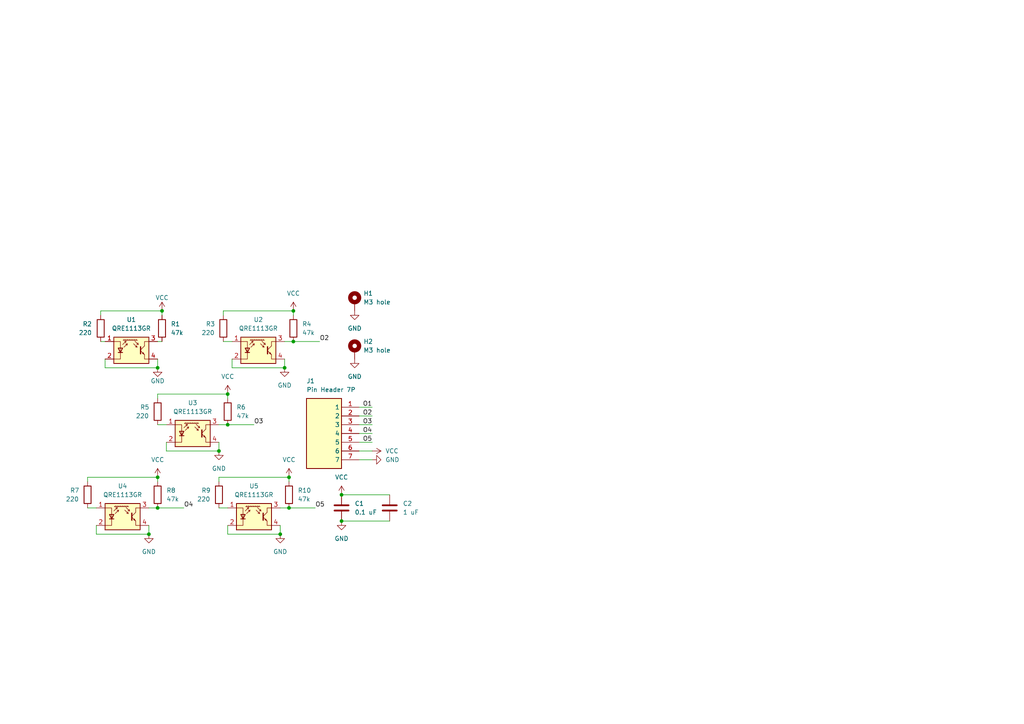
<source format=kicad_sch>
(kicad_sch (version 20230121) (generator eeschema)

  (uuid 8851f104-6563-4c7c-8281-39a6800eaa22)

  (paper "A4")

  (lib_symbols
    (symbol "61300711121:61300711121" (in_bom yes) (on_board yes)
      (property "Reference" "J" (at 16.51 7.62 0)
        (effects (font (size 1.27 1.27)) (justify left top))
      )
      (property "Value" "61300711121" (at 16.51 5.08 0)
        (effects (font (size 1.27 1.27)) (justify left top))
      )
      (property "Footprint" "HDRV7W64P0X254_1X7_1778X254X869P" (at 16.51 -94.92 0)
        (effects (font (size 1.27 1.27)) (justify left top) hide)
      )
      (property "Datasheet" "http://katalog.we-online.de/em/datasheet/6130xx11121.pdf" (at 16.51 -194.92 0)
        (effects (font (size 1.27 1.27)) (justify left top) hide)
      )
      (property "Height" "8.69" (at 16.51 -394.92 0)
        (effects (font (size 1.27 1.27)) (justify left top) hide)
      )
      (property "Manufacturer_Name" "Wurth Elektronik" (at 16.51 -494.92 0)
        (effects (font (size 1.27 1.27)) (justify left top) hide)
      )
      (property "Manufacturer_Part_Number" "61300711121" (at 16.51 -594.92 0)
        (effects (font (size 1.27 1.27)) (justify left top) hide)
      )
      (property "Mouser Part Number" "710-61300711121" (at 16.51 -694.92 0)
        (effects (font (size 1.27 1.27)) (justify left top) hide)
      )
      (property "Mouser Price/Stock" "https://www.mouser.co.uk/ProductDetail/Wurth-Elektronik/61300711121?qs=PhR8RmCirEa4Kw6rJ18PJA%3D%3D" (at 16.51 -794.92 0)
        (effects (font (size 1.27 1.27)) (justify left top) hide)
      )
      (property "Arrow Part Number" "" (at 16.51 -894.92 0)
        (effects (font (size 1.27 1.27)) (justify left top) hide)
      )
      (property "Arrow Price/Stock" "" (at 16.51 -994.92 0)
        (effects (font (size 1.27 1.27)) (justify left top) hide)
      )
      (property "ki_description" "Wurth Elektronik WR-PHD Series, Series Number 6130, 2.54mm Pitch 7 Way 1 Row Straight PCB Header, Solder Termination" (at 0 0 0)
        (effects (font (size 1.27 1.27)) hide)
      )
      (symbol "61300711121_1_1"
        (rectangle (start 5.08 2.54) (end 15.24 -17.78)
          (stroke (width 0.254) (type default))
          (fill (type background))
        )
        (pin passive line (at 0 0 0) (length 5.08)
          (name "1" (effects (font (size 1.27 1.27))))
          (number "1" (effects (font (size 1.27 1.27))))
        )
        (pin passive line (at 0 -2.54 0) (length 5.08)
          (name "2" (effects (font (size 1.27 1.27))))
          (number "2" (effects (font (size 1.27 1.27))))
        )
        (pin passive line (at 0 -5.08 0) (length 5.08)
          (name "3" (effects (font (size 1.27 1.27))))
          (number "3" (effects (font (size 1.27 1.27))))
        )
        (pin passive line (at 0 -7.62 0) (length 5.08)
          (name "4" (effects (font (size 1.27 1.27))))
          (number "4" (effects (font (size 1.27 1.27))))
        )
        (pin passive line (at 0 -10.16 0) (length 5.08)
          (name "5" (effects (font (size 1.27 1.27))))
          (number "5" (effects (font (size 1.27 1.27))))
        )
        (pin passive line (at 0 -12.7 0) (length 5.08)
          (name "6" (effects (font (size 1.27 1.27))))
          (number "6" (effects (font (size 1.27 1.27))))
        )
        (pin passive line (at 0 -15.24 0) (length 5.08)
          (name "7" (effects (font (size 1.27 1.27))))
          (number "7" (effects (font (size 1.27 1.27))))
        )
      )
    )
    (symbol "Device:C" (pin_numbers hide) (pin_names (offset 0.254)) (in_bom yes) (on_board yes)
      (property "Reference" "C" (at 0.635 2.54 0)
        (effects (font (size 1.27 1.27)) (justify left))
      )
      (property "Value" "C" (at 0.635 -2.54 0)
        (effects (font (size 1.27 1.27)) (justify left))
      )
      (property "Footprint" "" (at 0.9652 -3.81 0)
        (effects (font (size 1.27 1.27)) hide)
      )
      (property "Datasheet" "~" (at 0 0 0)
        (effects (font (size 1.27 1.27)) hide)
      )
      (property "ki_keywords" "cap capacitor" (at 0 0 0)
        (effects (font (size 1.27 1.27)) hide)
      )
      (property "ki_description" "Unpolarized capacitor" (at 0 0 0)
        (effects (font (size 1.27 1.27)) hide)
      )
      (property "ki_fp_filters" "C_*" (at 0 0 0)
        (effects (font (size 1.27 1.27)) hide)
      )
      (symbol "C_0_1"
        (polyline
          (pts
            (xy -2.032 -0.762)
            (xy 2.032 -0.762)
          )
          (stroke (width 0.508) (type default))
          (fill (type none))
        )
        (polyline
          (pts
            (xy -2.032 0.762)
            (xy 2.032 0.762)
          )
          (stroke (width 0.508) (type default))
          (fill (type none))
        )
      )
      (symbol "C_1_1"
        (pin passive line (at 0 3.81 270) (length 2.794)
          (name "~" (effects (font (size 1.27 1.27))))
          (number "1" (effects (font (size 1.27 1.27))))
        )
        (pin passive line (at 0 -3.81 90) (length 2.794)
          (name "~" (effects (font (size 1.27 1.27))))
          (number "2" (effects (font (size 1.27 1.27))))
        )
      )
    )
    (symbol "Device:R" (pin_numbers hide) (pin_names (offset 0)) (in_bom yes) (on_board yes)
      (property "Reference" "R" (at 2.032 0 90)
        (effects (font (size 1.27 1.27)))
      )
      (property "Value" "R" (at 0 0 90)
        (effects (font (size 1.27 1.27)))
      )
      (property "Footprint" "" (at -1.778 0 90)
        (effects (font (size 1.27 1.27)) hide)
      )
      (property "Datasheet" "~" (at 0 0 0)
        (effects (font (size 1.27 1.27)) hide)
      )
      (property "ki_keywords" "R res resistor" (at 0 0 0)
        (effects (font (size 1.27 1.27)) hide)
      )
      (property "ki_description" "Resistor" (at 0 0 0)
        (effects (font (size 1.27 1.27)) hide)
      )
      (property "ki_fp_filters" "R_*" (at 0 0 0)
        (effects (font (size 1.27 1.27)) hide)
      )
      (symbol "R_0_1"
        (rectangle (start -1.016 -2.54) (end 1.016 2.54)
          (stroke (width 0.254) (type default))
          (fill (type none))
        )
      )
      (symbol "R_1_1"
        (pin passive line (at 0 3.81 270) (length 1.27)
          (name "~" (effects (font (size 1.27 1.27))))
          (number "1" (effects (font (size 1.27 1.27))))
        )
        (pin passive line (at 0 -3.81 90) (length 1.27)
          (name "~" (effects (font (size 1.27 1.27))))
          (number "2" (effects (font (size 1.27 1.27))))
        )
      )
    )
    (symbol "Mechanical:MountingHole_Pad" (pin_numbers hide) (pin_names (offset 1.016) hide) (in_bom yes) (on_board yes)
      (property "Reference" "H" (at 0 6.35 0)
        (effects (font (size 1.27 1.27)))
      )
      (property "Value" "MountingHole_Pad" (at 0 4.445 0)
        (effects (font (size 1.27 1.27)))
      )
      (property "Footprint" "" (at 0 0 0)
        (effects (font (size 1.27 1.27)) hide)
      )
      (property "Datasheet" "~" (at 0 0 0)
        (effects (font (size 1.27 1.27)) hide)
      )
      (property "ki_keywords" "mounting hole" (at 0 0 0)
        (effects (font (size 1.27 1.27)) hide)
      )
      (property "ki_description" "Mounting Hole with connection" (at 0 0 0)
        (effects (font (size 1.27 1.27)) hide)
      )
      (property "ki_fp_filters" "MountingHole*Pad*" (at 0 0 0)
        (effects (font (size 1.27 1.27)) hide)
      )
      (symbol "MountingHole_Pad_0_1"
        (circle (center 0 1.27) (radius 1.27)
          (stroke (width 1.27) (type default))
          (fill (type none))
        )
      )
      (symbol "MountingHole_Pad_1_1"
        (pin input line (at 0 -2.54 90) (length 2.54)
          (name "1" (effects (font (size 1.27 1.27))))
          (number "1" (effects (font (size 1.27 1.27))))
        )
      )
    )
    (symbol "Sensor_Proximity:QRE1113GR" (pin_names (offset 0.0254) hide) (in_bom yes) (on_board yes)
      (property "Reference" "U" (at -3.81 5.08 0)
        (effects (font (size 1.27 1.27)))
      )
      (property "Value" "QRE1113GR" (at 11.43 5.08 0)
        (effects (font (size 1.27 1.27)) (justify right))
      )
      (property "Footprint" "OptoDevice:OnSemi_CASE100CY" (at 0 -5.08 0)
        (effects (font (size 1.27 1.27)) hide)
      )
      (property "Datasheet" "http://www.onsemi.com/pub/Collateral/QRE1113-D.PDF" (at 0 2.54 0)
        (effects (font (size 1.27 1.27)) hide)
      )
      (property "ki_keywords" "Reflective Optical Sensor Opto reflex coupler" (at 0 0 0)
        (effects (font (size 1.27 1.27)) hide)
      )
      (property "ki_description" "Miniature Reflective Optical Object Sensor, SMD-4" (at 0 0 0)
        (effects (font (size 1.27 1.27)) hide)
      )
      (property "ki_fp_filters" "OnSemi*CASE100CY*" (at 0 0 0)
        (effects (font (size 1.27 1.27)) hide)
      )
      (symbol "QRE1113GR_0_1"
        (polyline
          (pts
            (xy -3.81 -0.635)
            (xy -2.54 -0.635)
          )
          (stroke (width 0.254) (type default))
          (fill (type none))
        )
        (polyline
          (pts
            (xy -2.286 2.921)
            (xy -2.032 3.175)
          )
          (stroke (width 0) (type default))
          (fill (type none))
        )
        (polyline
          (pts
            (xy -1.778 2.921)
            (xy -1.524 3.175)
          )
          (stroke (width 0) (type default))
          (fill (type none))
        )
        (polyline
          (pts
            (xy -1.524 2.667)
            (xy -1.651 2.159)
          )
          (stroke (width 0) (type default))
          (fill (type none))
        )
        (polyline
          (pts
            (xy -1.27 2.921)
            (xy -1.016 3.175)
          )
          (stroke (width 0) (type default))
          (fill (type none))
        )
        (polyline
          (pts
            (xy -1.143 1.905)
            (xy -1.27 1.397)
          )
          (stroke (width 0) (type default))
          (fill (type none))
        )
        (polyline
          (pts
            (xy -0.762 2.921)
            (xy -0.508 3.175)
          )
          (stroke (width 0) (type default))
          (fill (type none))
        )
        (polyline
          (pts
            (xy -0.254 2.921)
            (xy 0 3.175)
          )
          (stroke (width 0) (type default))
          (fill (type none))
        )
        (polyline
          (pts
            (xy 0.254 2.921)
            (xy 0.508 3.175)
          )
          (stroke (width 0) (type default))
          (fill (type none))
        )
        (polyline
          (pts
            (xy 0.762 2.921)
            (xy 1.016 3.175)
          )
          (stroke (width 0) (type default))
          (fill (type none))
        )
        (polyline
          (pts
            (xy 1.27 2.921)
            (xy 1.524 3.175)
          )
          (stroke (width 0) (type default))
          (fill (type none))
        )
        (polyline
          (pts
            (xy 1.651 0.889)
            (xy 1.143 1.016)
          )
          (stroke (width 0) (type default))
          (fill (type none))
        )
        (polyline
          (pts
            (xy 1.778 2.921)
            (xy -2.413 2.921)
          )
          (stroke (width 0) (type default))
          (fill (type none))
        )
        (polyline
          (pts
            (xy 2.032 1.651)
            (xy 1.524 1.778)
          )
          (stroke (width 0) (type default))
          (fill (type none))
        )
        (polyline
          (pts
            (xy 2.667 -0.127)
            (xy 3.81 -1.27)
          )
          (stroke (width 0) (type default))
          (fill (type none))
        )
        (polyline
          (pts
            (xy 2.667 0.127)
            (xy 3.81 1.27)
          )
          (stroke (width 0) (type default))
          (fill (type none))
        )
        (polyline
          (pts
            (xy -2.54 1.651)
            (xy -1.524 2.667)
            (xy -2.032 2.54)
          )
          (stroke (width 0) (type default))
          (fill (type none))
        )
        (polyline
          (pts
            (xy -2.159 0.889)
            (xy -1.143 1.905)
            (xy -1.651 1.778)
          )
          (stroke (width 0) (type default))
          (fill (type none))
        )
        (polyline
          (pts
            (xy 0.635 1.905)
            (xy 1.651 0.889)
            (xy 1.524 1.397)
          )
          (stroke (width 0) (type default))
          (fill (type none))
        )
        (polyline
          (pts
            (xy 1.016 2.667)
            (xy 2.032 1.651)
            (xy 1.905 2.159)
          )
          (stroke (width 0) (type default))
          (fill (type none))
        )
        (polyline
          (pts
            (xy 2.667 1.016)
            (xy 2.667 -1.016)
            (xy 2.667 -1.016)
          )
          (stroke (width 0.3556) (type default))
          (fill (type none))
        )
        (polyline
          (pts
            (xy 3.81 -1.27)
            (xy 3.81 -2.54)
            (xy 5.08 -2.54)
          )
          (stroke (width 0) (type default))
          (fill (type none))
        )
        (polyline
          (pts
            (xy 3.81 1.27)
            (xy 3.81 2.54)
            (xy 5.08 2.54)
          )
          (stroke (width 0) (type default))
          (fill (type none))
        )
        (polyline
          (pts
            (xy -5.08 -2.54)
            (xy -3.175 -2.54)
            (xy -3.175 2.54)
            (xy -5.08 2.54)
          )
          (stroke (width 0) (type default))
          (fill (type none))
        )
        (polyline
          (pts
            (xy -3.175 -0.635)
            (xy -3.81 0.635)
            (xy -2.54 0.635)
            (xy -3.175 -0.635)
          )
          (stroke (width 0.254) (type default))
          (fill (type none))
        )
        (polyline
          (pts
            (xy 3.683 -1.143)
            (xy 3.429 -0.635)
            (xy 3.175 -0.889)
            (xy 3.683 -1.143)
          )
          (stroke (width 0) (type default))
          (fill (type none))
        )
        (polyline
          (pts
            (xy -5.08 -3.81)
            (xy 5.08 -3.81)
            (xy 5.08 3.81)
            (xy -5.08 3.81)
            (xy -5.08 -3.81)
          )
          (stroke (width 0.254) (type default))
          (fill (type background))
        )
      )
      (symbol "QRE1113GR_1_1"
        (pin passive line (at -7.62 2.54 0) (length 2.54)
          (name "A" (effects (font (size 1.27 1.27))))
          (number "1" (effects (font (size 1.27 1.27))))
        )
        (pin passive line (at -7.62 -2.54 0) (length 2.54)
          (name "K" (effects (font (size 1.27 1.27))))
          (number "2" (effects (font (size 1.27 1.27))))
        )
        (pin open_collector line (at 7.62 2.54 180) (length 2.54)
          (name "~" (effects (font (size 1.27 1.27))))
          (number "3" (effects (font (size 1.27 1.27))))
        )
        (pin open_emitter line (at 7.62 -2.54 180) (length 2.54)
          (name "~" (effects (font (size 1.27 1.27))))
          (number "4" (effects (font (size 1.27 1.27))))
        )
      )
    )
    (symbol "power:GND" (power) (pin_names (offset 0)) (in_bom yes) (on_board yes)
      (property "Reference" "#PWR" (at 0 -6.35 0)
        (effects (font (size 1.27 1.27)) hide)
      )
      (property "Value" "GND" (at 0 -3.81 0)
        (effects (font (size 1.27 1.27)))
      )
      (property "Footprint" "" (at 0 0 0)
        (effects (font (size 1.27 1.27)) hide)
      )
      (property "Datasheet" "" (at 0 0 0)
        (effects (font (size 1.27 1.27)) hide)
      )
      (property "ki_keywords" "global power" (at 0 0 0)
        (effects (font (size 1.27 1.27)) hide)
      )
      (property "ki_description" "Power symbol creates a global label with name \"GND\" , ground" (at 0 0 0)
        (effects (font (size 1.27 1.27)) hide)
      )
      (symbol "GND_0_1"
        (polyline
          (pts
            (xy 0 0)
            (xy 0 -1.27)
            (xy 1.27 -1.27)
            (xy 0 -2.54)
            (xy -1.27 -1.27)
            (xy 0 -1.27)
          )
          (stroke (width 0) (type default))
          (fill (type none))
        )
      )
      (symbol "GND_1_1"
        (pin power_in line (at 0 0 270) (length 0) hide
          (name "GND" (effects (font (size 1.27 1.27))))
          (number "1" (effects (font (size 1.27 1.27))))
        )
      )
    )
    (symbol "power:VCC" (power) (pin_names (offset 0)) (in_bom yes) (on_board yes)
      (property "Reference" "#PWR" (at 0 -3.81 0)
        (effects (font (size 1.27 1.27)) hide)
      )
      (property "Value" "VCC" (at 0 3.81 0)
        (effects (font (size 1.27 1.27)))
      )
      (property "Footprint" "" (at 0 0 0)
        (effects (font (size 1.27 1.27)) hide)
      )
      (property "Datasheet" "" (at 0 0 0)
        (effects (font (size 1.27 1.27)) hide)
      )
      (property "ki_keywords" "global power" (at 0 0 0)
        (effects (font (size 1.27 1.27)) hide)
      )
      (property "ki_description" "Power symbol creates a global label with name \"VCC\"" (at 0 0 0)
        (effects (font (size 1.27 1.27)) hide)
      )
      (symbol "VCC_0_1"
        (polyline
          (pts
            (xy -0.762 1.27)
            (xy 0 2.54)
          )
          (stroke (width 0) (type default))
          (fill (type none))
        )
        (polyline
          (pts
            (xy 0 0)
            (xy 0 2.54)
          )
          (stroke (width 0) (type default))
          (fill (type none))
        )
        (polyline
          (pts
            (xy 0 2.54)
            (xy 0.762 1.27)
          )
          (stroke (width 0) (type default))
          (fill (type none))
        )
      )
      (symbol "VCC_1_1"
        (pin power_in line (at 0 0 90) (length 0) hide
          (name "VCC" (effects (font (size 1.27 1.27))))
          (number "1" (effects (font (size 1.27 1.27))))
        )
      )
    )
  )

  (junction (at 99.06 151.13) (diameter 0) (color 0 0 0 0)
    (uuid 0ada477c-1b76-478b-b991-37c3f3ed08b3)
  )
  (junction (at 99.06 143.51) (diameter 0) (color 0 0 0 0)
    (uuid 0ffad40f-475c-4f3a-91a0-e15a31cbe65d)
  )
  (junction (at 66.04 114.3) (diameter 0) (color 0 0 0 0)
    (uuid 11068fce-d1e8-434a-87bc-cc1adf2b76fd)
  )
  (junction (at 45.72 147.32) (diameter 0) (color 0 0 0 0)
    (uuid 2723ff5a-7c23-4db8-be71-26e2dbbe6f03)
  )
  (junction (at 45.72 138.43) (diameter 0) (color 0 0 0 0)
    (uuid 4b85d950-db16-4918-8faa-b9dc5ceaf212)
  )
  (junction (at 66.04 123.19) (diameter 0) (color 0 0 0 0)
    (uuid 50c192bd-f552-49ce-a48e-573cbd6a90a7)
  )
  (junction (at 46.99 90.17) (diameter 0) (color 0 0 0 0)
    (uuid 5fb21ae0-e532-460c-82c8-5a0ae91a807e)
  )
  (junction (at 85.09 99.06) (diameter 0) (color 0 0 0 0)
    (uuid 63175391-79e1-4450-8664-57c2a62dd08e)
  )
  (junction (at 85.09 90.17) (diameter 0) (color 0 0 0 0)
    (uuid 6f745b2b-fc1e-44d9-a81f-3a793dfbaef3)
  )
  (junction (at 83.82 138.43) (diameter 0) (color 0 0 0 0)
    (uuid 7e19bf9a-092b-40e5-b52d-8d378e1ae2a2)
  )
  (junction (at 45.72 106.68) (diameter 0) (color 0 0 0 0)
    (uuid 898edc66-bb1b-4270-aeb8-5380fab5f25a)
  )
  (junction (at 43.18 154.94) (diameter 0) (color 0 0 0 0)
    (uuid b27c6235-5e70-4e3f-abf7-7fdac101516c)
  )
  (junction (at 81.28 154.94) (diameter 0) (color 0 0 0 0)
    (uuid babbe53c-9b69-4215-907d-a41c9e79391d)
  )
  (junction (at 63.5 130.81) (diameter 0) (color 0 0 0 0)
    (uuid c26a015a-75a9-441e-a666-702a355665bc)
  )
  (junction (at 82.55 106.68) (diameter 0) (color 0 0 0 0)
    (uuid d89d9cfd-db4e-4526-8d69-32a83b9e2792)
  )
  (junction (at 83.82 147.32) (diameter 0) (color 0 0 0 0)
    (uuid fc944e1e-0479-4b80-bfaf-ea5fa1ddb780)
  )

  (wire (pts (xy 43.18 152.4) (xy 43.18 154.94))
    (stroke (width 0) (type default))
    (uuid 039d743e-b5b1-4019-9f09-e1aaf7dda369)
  )
  (wire (pts (xy 45.72 123.19) (xy 48.26 123.19))
    (stroke (width 0) (type default))
    (uuid 0ddc6ba4-9d8d-439c-a809-8fe1f540f8a3)
  )
  (wire (pts (xy 107.95 120.65) (xy 104.14 120.65))
    (stroke (width 0) (type default))
    (uuid 0e2de78d-1bb2-49d6-84b7-93182c0d5fa2)
  )
  (wire (pts (xy 83.82 147.32) (xy 91.44 147.32))
    (stroke (width 0) (type default))
    (uuid 104297b2-1e82-4809-878c-f30a7f4da98a)
  )
  (wire (pts (xy 67.31 104.14) (xy 67.31 106.68))
    (stroke (width 0) (type default))
    (uuid 12d9bbbb-7a6b-4e76-9566-6621d87edf45)
  )
  (wire (pts (xy 30.48 106.68) (xy 45.72 106.68))
    (stroke (width 0) (type default))
    (uuid 2114d066-d2ab-4286-813f-d643021cafcf)
  )
  (wire (pts (xy 43.18 147.32) (xy 45.72 147.32))
    (stroke (width 0) (type default))
    (uuid 227db226-6d2f-440c-8327-19bb8641ef77)
  )
  (wire (pts (xy 45.72 114.3) (xy 45.72 115.57))
    (stroke (width 0) (type default))
    (uuid 240de917-c50f-408c-bcee-59d1e1fbd85e)
  )
  (wire (pts (xy 82.55 99.06) (xy 85.09 99.06))
    (stroke (width 0) (type default))
    (uuid 33d31289-d72f-44a7-b786-8190ad998411)
  )
  (wire (pts (xy 45.72 147.32) (xy 53.34 147.32))
    (stroke (width 0) (type default))
    (uuid 34375e5e-99e7-4ddb-9321-cb255e3d5d21)
  )
  (wire (pts (xy 64.77 90.17) (xy 64.77 91.44))
    (stroke (width 0) (type default))
    (uuid 3f70f6d4-a5b8-4c96-86dc-818333a04939)
  )
  (wire (pts (xy 27.94 154.94) (xy 43.18 154.94))
    (stroke (width 0) (type default))
    (uuid 42221657-6fbe-42d9-b96b-a17a7c84d285)
  )
  (wire (pts (xy 48.26 128.27) (xy 48.26 130.81))
    (stroke (width 0) (type default))
    (uuid 4245c15c-5f22-47ee-9849-c62449d2b6d8)
  )
  (wire (pts (xy 25.4 138.43) (xy 45.72 138.43))
    (stroke (width 0) (type default))
    (uuid 452379f1-0363-4aae-860b-1bc5fa7837aa)
  )
  (wire (pts (xy 107.95 125.73) (xy 104.14 125.73))
    (stroke (width 0) (type default))
    (uuid 50195167-68a9-4a8b-b122-16c72ad03cc2)
  )
  (wire (pts (xy 45.72 138.43) (xy 45.72 139.7))
    (stroke (width 0) (type default))
    (uuid 524271a1-bd0a-445f-ba82-4aea28467321)
  )
  (wire (pts (xy 25.4 147.32) (xy 27.94 147.32))
    (stroke (width 0) (type default))
    (uuid 55604979-efa8-44c2-9d5a-2e1c0fffab68)
  )
  (wire (pts (xy 30.48 104.14) (xy 30.48 106.68))
    (stroke (width 0) (type default))
    (uuid 62eb47f0-ee2b-400f-8075-f242d35e1770)
  )
  (wire (pts (xy 81.28 147.32) (xy 83.82 147.32))
    (stroke (width 0) (type default))
    (uuid 65700bdc-6b85-4efc-a9b9-b8a6e894842b)
  )
  (wire (pts (xy 83.82 138.43) (xy 83.82 139.7))
    (stroke (width 0) (type default))
    (uuid 674e8ebf-d4a9-447e-bcc8-f9a574ab12ac)
  )
  (wire (pts (xy 66.04 114.3) (xy 66.04 115.57))
    (stroke (width 0) (type default))
    (uuid 72e31459-1e0e-436f-85af-b6f24100b5ac)
  )
  (wire (pts (xy 29.21 90.17) (xy 46.99 90.17))
    (stroke (width 0) (type default))
    (uuid 78cd6c1e-2d8c-4135-8446-f794373e41cb)
  )
  (wire (pts (xy 81.28 152.4) (xy 81.28 154.94))
    (stroke (width 0) (type default))
    (uuid 79d5b9cf-c1ce-4913-9589-64ee5906ee75)
  )
  (wire (pts (xy 66.04 123.19) (xy 73.66 123.19))
    (stroke (width 0) (type default))
    (uuid 826608e4-8fb0-47d1-9542-fcf8e1951dbb)
  )
  (wire (pts (xy 48.26 130.81) (xy 63.5 130.81))
    (stroke (width 0) (type default))
    (uuid 858c5c7c-2bd8-48c9-88b4-b32f54baea7e)
  )
  (wire (pts (xy 46.99 90.17) (xy 46.99 91.44))
    (stroke (width 0) (type default))
    (uuid 89911406-a494-433a-a61f-3d6fb2f9294d)
  )
  (wire (pts (xy 45.72 99.06) (xy 46.99 99.06))
    (stroke (width 0) (type default))
    (uuid 8ffa7019-b840-4300-be89-29281ea5951c)
  )
  (wire (pts (xy 85.09 90.17) (xy 85.09 91.44))
    (stroke (width 0) (type default))
    (uuid 908b23dd-5322-4a58-8eee-acb52b153beb)
  )
  (wire (pts (xy 29.21 99.06) (xy 30.48 99.06))
    (stroke (width 0) (type default))
    (uuid 91e641e5-8b4b-461b-aec9-1d4fa374abb3)
  )
  (wire (pts (xy 99.06 143.51) (xy 113.03 143.51))
    (stroke (width 0) (type default))
    (uuid 92b79a38-f854-45c5-aedb-ef5f5019bb0f)
  )
  (wire (pts (xy 66.04 154.94) (xy 81.28 154.94))
    (stroke (width 0) (type default))
    (uuid 92b990f1-0d94-4aad-bb03-d69a135d0380)
  )
  (wire (pts (xy 107.95 123.19) (xy 104.14 123.19))
    (stroke (width 0) (type default))
    (uuid 967b1985-f23e-4836-9245-b2e3672e4031)
  )
  (wire (pts (xy 45.72 114.3) (xy 66.04 114.3))
    (stroke (width 0) (type default))
    (uuid 9801a8c7-c134-459a-8746-45d9d4d5370c)
  )
  (wire (pts (xy 25.4 138.43) (xy 25.4 139.7))
    (stroke (width 0) (type default))
    (uuid 980f8388-3f20-4b44-962b-d9ca98aac24a)
  )
  (wire (pts (xy 63.5 138.43) (xy 83.82 138.43))
    (stroke (width 0) (type default))
    (uuid a1430bf2-0268-4c8f-80af-38fc97fa8a8d)
  )
  (wire (pts (xy 107.95 133.35) (xy 104.14 133.35))
    (stroke (width 0) (type default))
    (uuid a717e8a3-db75-429a-8ab3-23f4eb50000e)
  )
  (wire (pts (xy 63.5 128.27) (xy 63.5 130.81))
    (stroke (width 0) (type default))
    (uuid ab36c933-824c-4e22-a7ce-ba29834c0965)
  )
  (wire (pts (xy 66.04 152.4) (xy 66.04 154.94))
    (stroke (width 0) (type default))
    (uuid ab75da79-8520-4905-a3d4-9791f154f125)
  )
  (wire (pts (xy 82.55 104.14) (xy 82.55 106.68))
    (stroke (width 0) (type default))
    (uuid ad98f3f3-0064-459d-8b6d-f4b243e64eaf)
  )
  (wire (pts (xy 99.06 151.13) (xy 113.03 151.13))
    (stroke (width 0) (type default))
    (uuid af20f70c-9842-4058-aca4-e982229c81a9)
  )
  (wire (pts (xy 85.09 99.06) (xy 92.71 99.06))
    (stroke (width 0) (type default))
    (uuid aff402d8-9efc-497f-ba6b-356d37adc74b)
  )
  (wire (pts (xy 64.77 90.17) (xy 85.09 90.17))
    (stroke (width 0) (type default))
    (uuid b109dfdb-88af-4c96-bb2b-7bbfc3a8c3cf)
  )
  (wire (pts (xy 63.5 123.19) (xy 66.04 123.19))
    (stroke (width 0) (type default))
    (uuid b3a4aaa0-6392-4fb5-9657-0ae604f08c2e)
  )
  (wire (pts (xy 45.72 106.68) (xy 45.72 104.14))
    (stroke (width 0) (type default))
    (uuid babcbdf8-d90d-47b6-abc1-a94ad49e9529)
  )
  (wire (pts (xy 64.77 99.06) (xy 67.31 99.06))
    (stroke (width 0) (type default))
    (uuid c23ad810-58c6-4cb3-bdbf-8d32e13ef441)
  )
  (wire (pts (xy 63.5 147.32) (xy 66.04 147.32))
    (stroke (width 0) (type default))
    (uuid cfd7a02f-0a3d-48d9-b447-dd21fcf2981b)
  )
  (wire (pts (xy 29.21 90.17) (xy 29.21 91.44))
    (stroke (width 0) (type default))
    (uuid d39466d3-a24d-456d-8eb7-efa17fbc4d10)
  )
  (wire (pts (xy 107.95 128.27) (xy 104.14 128.27))
    (stroke (width 0) (type default))
    (uuid e1f06d55-48f4-4eee-8eb1-ea985d766559)
  )
  (wire (pts (xy 107.95 130.81) (xy 104.14 130.81))
    (stroke (width 0) (type default))
    (uuid e5622fcc-b7a7-4e39-a610-4e0121c04996)
  )
  (wire (pts (xy 63.5 138.43) (xy 63.5 139.7))
    (stroke (width 0) (type default))
    (uuid e98b24c6-0db7-4dff-b67a-7cc466abdee2)
  )
  (wire (pts (xy 27.94 152.4) (xy 27.94 154.94))
    (stroke (width 0) (type default))
    (uuid fbfed15d-ccaf-4571-9ca9-328a88bb1d17)
  )
  (wire (pts (xy 67.31 106.68) (xy 82.55 106.68))
    (stroke (width 0) (type default))
    (uuid fc4e4c91-0d20-4f93-b90d-889338195564)
  )
  (wire (pts (xy 107.95 118.11) (xy 104.14 118.11))
    (stroke (width 0) (type default))
    (uuid fe680a84-1d76-4ce4-8a73-0130e5caebbf)
  )

  (label "O3" (at 73.66 123.19 0) (fields_autoplaced)
    (effects (font (size 1.27 1.27)) (justify left bottom))
    (uuid 07c78450-7948-43fc-a100-03e7098cb58e)
  )
  (label "O5" (at 91.44 147.32 0) (fields_autoplaced)
    (effects (font (size 1.27 1.27)) (justify left bottom))
    (uuid 0ee13c2b-9152-4b8f-8469-2922c3847a7d)
  )
  (label "O3" (at 107.95 123.19 180) (fields_autoplaced)
    (effects (font (size 1.27 1.27)) (justify right bottom))
    (uuid 3129712c-0a60-4e78-9e58-ab2ea6d4a525)
  )
  (label "O2" (at 107.95 120.65 180) (fields_autoplaced)
    (effects (font (size 1.27 1.27)) (justify right bottom))
    (uuid 62f02945-d49c-465d-b76c-90f3e657da97)
  )
  (label "O2" (at 92.71 99.06 0) (fields_autoplaced)
    (effects (font (size 1.27 1.27)) (justify left bottom))
    (uuid 6e7a028e-3ef2-415a-98f0-0031fa0c5783)
  )
  (label "O1" (at 107.95 118.11 180) (fields_autoplaced)
    (effects (font (size 1.27 1.27)) (justify right bottom))
    (uuid c26e2d77-3ded-4077-990e-f62c2bca914f)
  )
  (label "O5" (at 107.95 128.27 180) (fields_autoplaced)
    (effects (font (size 1.27 1.27)) (justify right bottom))
    (uuid c58e6c73-f7ac-4d4f-a000-51fa7410d056)
  )
  (label "O4" (at 107.95 125.73 180) (fields_autoplaced)
    (effects (font (size 1.27 1.27)) (justify right bottom))
    (uuid def9617b-d26e-4f60-9771-56d2eb2096e7)
  )
  (label "O4" (at 53.34 147.32 0) (fields_autoplaced)
    (effects (font (size 1.27 1.27)) (justify left bottom))
    (uuid f6128337-5ef3-4e96-b53e-c99f411601c2)
  )

  (symbol (lib_id "Device:R") (at 29.21 95.25 0) (mirror y) (unit 1)
    (in_bom yes) (on_board yes) (dnp no)
    (uuid 00fee823-fbd5-43a6-93e3-3f245f45d5d3)
    (property "Reference" "R2" (at 26.67 93.98 0)
      (effects (font (size 1.27 1.27)) (justify left))
    )
    (property "Value" "220" (at 26.67 96.52 0)
      (effects (font (size 1.27 1.27)) (justify left))
    )
    (property "Footprint" "Resistor_SMD:R_0603_1608Metric" (at 30.988 95.25 90)
      (effects (font (size 1.27 1.27)) hide)
    )
    (property "Datasheet" "~" (at 29.21 95.25 0)
      (effects (font (size 1.27 1.27)) hide)
    )
    (pin "1" (uuid 14c1bd70-15ef-4a73-91bd-b26d5d6a5c3f))
    (pin "2" (uuid d2cab0f9-9b4d-46e5-b573-b6e67d960295))
    (instances
      (project "LF-5 sensor array"
        (path "/8851f104-6563-4c7c-8281-39a6800eaa22"
          (reference "R2") (unit 1)
        )
      )
    )
  )

  (symbol (lib_id "Device:R") (at 66.04 119.38 0) (unit 1)
    (in_bom yes) (on_board yes) (dnp no) (fields_autoplaced)
    (uuid 06f47931-858e-4075-9a68-270b959b3cec)
    (property "Reference" "R6" (at 68.58 118.11 0)
      (effects (font (size 1.27 1.27)) (justify left))
    )
    (property "Value" "47k" (at 68.58 120.65 0)
      (effects (font (size 1.27 1.27)) (justify left))
    )
    (property "Footprint" "Resistor_SMD:R_0603_1608Metric" (at 64.262 119.38 90)
      (effects (font (size 1.27 1.27)) hide)
    )
    (property "Datasheet" "~" (at 66.04 119.38 0)
      (effects (font (size 1.27 1.27)) hide)
    )
    (pin "1" (uuid 2fa9a2f0-4125-4813-a66e-5d651405f51a))
    (pin "2" (uuid c94492a3-dc03-4e63-983b-2183c90f6743))
    (instances
      (project "LF-5 sensor array"
        (path "/8851f104-6563-4c7c-8281-39a6800eaa22"
          (reference "R6") (unit 1)
        )
      )
    )
  )

  (symbol (lib_id "Device:R") (at 25.4 143.51 0) (unit 1)
    (in_bom yes) (on_board yes) (dnp no)
    (uuid 0f25ced2-80d2-4f83-bd3a-53d7df457b7e)
    (property "Reference" "R7" (at 20.32 142.24 0)
      (effects (font (size 1.27 1.27)) (justify left))
    )
    (property "Value" "220" (at 19.05 144.78 0)
      (effects (font (size 1.27 1.27)) (justify left))
    )
    (property "Footprint" "Resistor_SMD:R_0603_1608Metric" (at 23.622 143.51 90)
      (effects (font (size 1.27 1.27)) hide)
    )
    (property "Datasheet" "~" (at 25.4 143.51 0)
      (effects (font (size 1.27 1.27)) hide)
    )
    (pin "1" (uuid ecf29a74-e634-4e21-b43c-0de27621111a))
    (pin "2" (uuid d3d6361d-cd4d-4d30-9770-52607df92425))
    (instances
      (project "LF-5 sensor array"
        (path "/8851f104-6563-4c7c-8281-39a6800eaa22"
          (reference "R7") (unit 1)
        )
      )
    )
  )

  (symbol (lib_id "Sensor_Proximity:QRE1113GR") (at 38.1 101.6 0) (unit 1)
    (in_bom yes) (on_board yes) (dnp no) (fields_autoplaced)
    (uuid 1216634a-3dc9-4b93-aaff-e023bfc613df)
    (property "Reference" "U1" (at 38.1 92.71 0)
      (effects (font (size 1.27 1.27)))
    )
    (property "Value" "QRE1113GR" (at 38.1 95.25 0)
      (effects (font (size 1.27 1.27)))
    )
    (property "Footprint" "OptoDevice:OnSemi_CASE100CY" (at 38.1 106.68 0)
      (effects (font (size 1.27 1.27)) hide)
    )
    (property "Datasheet" "http://www.onsemi.com/pub/Collateral/QRE1113-D.PDF" (at 38.1 99.06 0)
      (effects (font (size 1.27 1.27)) hide)
    )
    (pin "1" (uuid 1085f52f-e426-436a-aa4c-fbb7cf1fb52e))
    (pin "2" (uuid 4e47bbd9-1014-49d0-87d4-44b27a0cd5ae))
    (pin "3" (uuid d9b2e68e-29e8-4dcb-8a31-44742db505a0))
    (pin "4" (uuid 2243ab72-9a02-4277-be41-da2eab4980dc))
    (instances
      (project "LF-5 sensor array"
        (path "/8851f104-6563-4c7c-8281-39a6800eaa22"
          (reference "U1") (unit 1)
        )
      )
    )
  )

  (symbol (lib_id "power:GND") (at 43.18 154.94 0) (unit 1)
    (in_bom yes) (on_board yes) (dnp no) (fields_autoplaced)
    (uuid 1e0149e2-d95c-49e5-bb6d-72db912837ad)
    (property "Reference" "#PWR07" (at 43.18 161.29 0)
      (effects (font (size 1.27 1.27)) hide)
    )
    (property "Value" "GND" (at 43.18 160.02 0)
      (effects (font (size 1.27 1.27)))
    )
    (property "Footprint" "" (at 43.18 154.94 0)
      (effects (font (size 1.27 1.27)) hide)
    )
    (property "Datasheet" "" (at 43.18 154.94 0)
      (effects (font (size 1.27 1.27)) hide)
    )
    (pin "1" (uuid a773bfdc-9c92-4be1-a362-2e245a35881b))
    (instances
      (project "LF-5 sensor array"
        (path "/8851f104-6563-4c7c-8281-39a6800eaa22"
          (reference "#PWR07") (unit 1)
        )
      )
    )
  )

  (symbol (lib_id "Sensor_Proximity:QRE1113GR") (at 35.56 149.86 0) (unit 1)
    (in_bom yes) (on_board yes) (dnp no) (fields_autoplaced)
    (uuid 2c92aea8-f7ef-4343-a575-90c7975d64b9)
    (property "Reference" "U4" (at 35.56 140.97 0)
      (effects (font (size 1.27 1.27)))
    )
    (property "Value" "QRE1113GR" (at 35.56 143.51 0)
      (effects (font (size 1.27 1.27)))
    )
    (property "Footprint" "OptoDevice:OnSemi_CASE100CY" (at 35.56 154.94 0)
      (effects (font (size 1.27 1.27)) hide)
    )
    (property "Datasheet" "http://www.onsemi.com/pub/Collateral/QRE1113-D.PDF" (at 35.56 147.32 0)
      (effects (font (size 1.27 1.27)) hide)
    )
    (pin "1" (uuid 446ed696-e857-4555-8938-b91132788483))
    (pin "2" (uuid 5d036152-0b33-4038-b54e-dfa206007c95))
    (pin "3" (uuid 83a2380d-5af1-4f6f-b002-14484346aa45))
    (pin "4" (uuid a396595d-84e2-4a2c-b3bc-8b39e6f9de92))
    (instances
      (project "LF-5 sensor array"
        (path "/8851f104-6563-4c7c-8281-39a6800eaa22"
          (reference "U4") (unit 1)
        )
      )
    )
  )

  (symbol (lib_id "Device:R") (at 83.82 143.51 0) (unit 1)
    (in_bom yes) (on_board yes) (dnp no) (fields_autoplaced)
    (uuid 352ad5a3-0536-4410-8c83-59f07819ca81)
    (property "Reference" "R10" (at 86.36 142.24 0)
      (effects (font (size 1.27 1.27)) (justify left))
    )
    (property "Value" "47k" (at 86.36 144.78 0)
      (effects (font (size 1.27 1.27)) (justify left))
    )
    (property "Footprint" "Resistor_SMD:R_0603_1608Metric" (at 82.042 143.51 90)
      (effects (font (size 1.27 1.27)) hide)
    )
    (property "Datasheet" "~" (at 83.82 143.51 0)
      (effects (font (size 1.27 1.27)) hide)
    )
    (pin "1" (uuid 18b9c715-03bc-4811-9fe1-69023ab9c78c))
    (pin "2" (uuid 29449cec-2002-444b-b601-18a3d5c425a5))
    (instances
      (project "LF-5 sensor array"
        (path "/8851f104-6563-4c7c-8281-39a6800eaa22"
          (reference "R10") (unit 1)
        )
      )
    )
  )

  (symbol (lib_id "Device:R") (at 63.5 143.51 0) (unit 1)
    (in_bom yes) (on_board yes) (dnp no)
    (uuid 3814e224-649d-4386-8a15-ee6cd6209d4d)
    (property "Reference" "R9" (at 58.42 142.24 0)
      (effects (font (size 1.27 1.27)) (justify left))
    )
    (property "Value" "220" (at 57.15 144.78 0)
      (effects (font (size 1.27 1.27)) (justify left))
    )
    (property "Footprint" "Resistor_SMD:R_0603_1608Metric" (at 61.722 143.51 90)
      (effects (font (size 1.27 1.27)) hide)
    )
    (property "Datasheet" "~" (at 63.5 143.51 0)
      (effects (font (size 1.27 1.27)) hide)
    )
    (pin "1" (uuid 87e0ddb1-3be4-4645-9cfa-cb819f23080a))
    (pin "2" (uuid 39e616c4-c41b-4c68-8ed6-09fea437b2b8))
    (instances
      (project "LF-5 sensor array"
        (path "/8851f104-6563-4c7c-8281-39a6800eaa22"
          (reference "R9") (unit 1)
        )
      )
    )
  )

  (symbol (lib_id "Mechanical:MountingHole_Pad") (at 102.87 87.63 0) (unit 1)
    (in_bom yes) (on_board yes) (dnp no) (fields_autoplaced)
    (uuid 397cad4d-e9fe-443f-9ff2-7f729b81a214)
    (property "Reference" "H1" (at 105.41 85.09 0)
      (effects (font (size 1.27 1.27)) (justify left))
    )
    (property "Value" "M3 hole" (at 105.41 87.63 0)
      (effects (font (size 1.27 1.27)) (justify left))
    )
    (property "Footprint" "MountingHole:MountingHole_3.2mm_M3_DIN965_Pad" (at 102.87 87.63 0)
      (effects (font (size 1.27 1.27)) hide)
    )
    (property "Datasheet" "~" (at 102.87 87.63 0)
      (effects (font (size 1.27 1.27)) hide)
    )
    (pin "1" (uuid a8a38a49-c18a-41ee-8e12-ce5293865b2c))
    (instances
      (project "LF-5 sensor array"
        (path "/8851f104-6563-4c7c-8281-39a6800eaa22"
          (reference "H1") (unit 1)
        )
      )
    )
  )

  (symbol (lib_id "power:VCC") (at 46.99 90.17 0) (unit 1)
    (in_bom yes) (on_board yes) (dnp no)
    (uuid 3b6921de-e58b-4a2f-887e-80ef972561f2)
    (property "Reference" "#PWR02" (at 46.99 93.98 0)
      (effects (font (size 1.27 1.27)) hide)
    )
    (property "Value" "VCC" (at 46.99 86.36 0)
      (effects (font (size 1.27 1.27)))
    )
    (property "Footprint" "" (at 46.99 90.17 0)
      (effects (font (size 1.27 1.27)) hide)
    )
    (property "Datasheet" "" (at 46.99 90.17 0)
      (effects (font (size 1.27 1.27)) hide)
    )
    (pin "1" (uuid f431ed54-61e4-4585-ab50-35dc1a487cf3))
    (instances
      (project "LF-5 sensor array"
        (path "/8851f104-6563-4c7c-8281-39a6800eaa22"
          (reference "#PWR02") (unit 1)
        )
      )
    )
  )

  (symbol (lib_id "Device:R") (at 85.09 95.25 0) (unit 1)
    (in_bom yes) (on_board yes) (dnp no) (fields_autoplaced)
    (uuid 3f76c593-8f44-4d18-b28d-18b9692e6f1a)
    (property "Reference" "R4" (at 87.63 93.98 0)
      (effects (font (size 1.27 1.27)) (justify left))
    )
    (property "Value" "47k" (at 87.63 96.52 0)
      (effects (font (size 1.27 1.27)) (justify left))
    )
    (property "Footprint" "Resistor_SMD:R_0603_1608Metric" (at 83.312 95.25 90)
      (effects (font (size 1.27 1.27)) hide)
    )
    (property "Datasheet" "~" (at 85.09 95.25 0)
      (effects (font (size 1.27 1.27)) hide)
    )
    (pin "1" (uuid 96115627-bbef-4185-a13e-34b7e284103b))
    (pin "2" (uuid 4af68967-d4ad-40a8-a5a2-066362a8dcc5))
    (instances
      (project "LF-5 sensor array"
        (path "/8851f104-6563-4c7c-8281-39a6800eaa22"
          (reference "R4") (unit 1)
        )
      )
    )
  )

  (symbol (lib_id "power:GND") (at 63.5 130.81 0) (unit 1)
    (in_bom yes) (on_board yes) (dnp no) (fields_autoplaced)
    (uuid 56e4e2a4-e3a8-4e56-9d51-2d361ee7c61d)
    (property "Reference" "#PWR05" (at 63.5 137.16 0)
      (effects (font (size 1.27 1.27)) hide)
    )
    (property "Value" "GND" (at 63.5 135.89 0)
      (effects (font (size 1.27 1.27)))
    )
    (property "Footprint" "" (at 63.5 130.81 0)
      (effects (font (size 1.27 1.27)) hide)
    )
    (property "Datasheet" "" (at 63.5 130.81 0)
      (effects (font (size 1.27 1.27)) hide)
    )
    (pin "1" (uuid 16c22cf9-b621-49e6-89d5-db8d6df21680))
    (instances
      (project "LF-5 sensor array"
        (path "/8851f104-6563-4c7c-8281-39a6800eaa22"
          (reference "#PWR05") (unit 1)
        )
      )
    )
  )

  (symbol (lib_id "power:VCC") (at 99.06 143.51 0) (unit 1)
    (in_bom yes) (on_board yes) (dnp no) (fields_autoplaced)
    (uuid 5aedb027-fb0e-446b-8317-96546973698f)
    (property "Reference" "#PWR011" (at 99.06 147.32 0)
      (effects (font (size 1.27 1.27)) hide)
    )
    (property "Value" "VCC" (at 99.06 138.43 0)
      (effects (font (size 1.27 1.27)))
    )
    (property "Footprint" "" (at 99.06 143.51 0)
      (effects (font (size 1.27 1.27)) hide)
    )
    (property "Datasheet" "" (at 99.06 143.51 0)
      (effects (font (size 1.27 1.27)) hide)
    )
    (pin "1" (uuid 97ec773f-0c9f-4972-8e50-9c1d4e848b7a))
    (instances
      (project "LF-5 sensor array"
        (path "/8851f104-6563-4c7c-8281-39a6800eaa22"
          (reference "#PWR011") (unit 1)
        )
      )
    )
  )

  (symbol (lib_id "power:GND") (at 102.87 90.17 0) (unit 1)
    (in_bom yes) (on_board yes) (dnp no) (fields_autoplaced)
    (uuid 5effe0bf-b9d1-476e-b7b5-ea2f38a3346b)
    (property "Reference" "#PWR015" (at 102.87 96.52 0)
      (effects (font (size 1.27 1.27)) hide)
    )
    (property "Value" "GND" (at 102.87 95.25 0)
      (effects (font (size 1.27 1.27)))
    )
    (property "Footprint" "" (at 102.87 90.17 0)
      (effects (font (size 1.27 1.27)) hide)
    )
    (property "Datasheet" "" (at 102.87 90.17 0)
      (effects (font (size 1.27 1.27)) hide)
    )
    (pin "1" (uuid 8a92637f-0fe6-4dba-9573-96cd698d2b2c))
    (instances
      (project "LF-5 sensor array"
        (path "/8851f104-6563-4c7c-8281-39a6800eaa22"
          (reference "#PWR015") (unit 1)
        )
      )
    )
  )

  (symbol (lib_id "power:GND") (at 102.87 104.14 0) (unit 1)
    (in_bom yes) (on_board yes) (dnp no) (fields_autoplaced)
    (uuid 606c1455-40f6-4f5d-b1e9-f413dbea662a)
    (property "Reference" "#PWR016" (at 102.87 110.49 0)
      (effects (font (size 1.27 1.27)) hide)
    )
    (property "Value" "GND" (at 102.87 109.22 0)
      (effects (font (size 1.27 1.27)))
    )
    (property "Footprint" "" (at 102.87 104.14 0)
      (effects (font (size 1.27 1.27)) hide)
    )
    (property "Datasheet" "" (at 102.87 104.14 0)
      (effects (font (size 1.27 1.27)) hide)
    )
    (pin "1" (uuid 28e5fa0d-72c3-4284-bd76-05c4580d0a60))
    (instances
      (project "LF-5 sensor array"
        (path "/8851f104-6563-4c7c-8281-39a6800eaa22"
          (reference "#PWR016") (unit 1)
        )
      )
    )
  )

  (symbol (lib_id "Device:R") (at 46.99 95.25 0) (unit 1)
    (in_bom yes) (on_board yes) (dnp no) (fields_autoplaced)
    (uuid 6187e9b2-fd5b-4aaa-8f87-02be071daeb4)
    (property "Reference" "R1" (at 49.53 93.98 0)
      (effects (font (size 1.27 1.27)) (justify left))
    )
    (property "Value" "47k" (at 49.53 96.52 0)
      (effects (font (size 1.27 1.27)) (justify left))
    )
    (property "Footprint" "Resistor_SMD:R_0603_1608Metric" (at 45.212 95.25 90)
      (effects (font (size 1.27 1.27)) hide)
    )
    (property "Datasheet" "~" (at 46.99 95.25 0)
      (effects (font (size 1.27 1.27)) hide)
    )
    (pin "1" (uuid 3f7bd72f-00a0-437d-a188-abedcda715d1))
    (pin "2" (uuid a6233908-4a5c-4869-9f88-9003f589343b))
    (instances
      (project "LF-5 sensor array"
        (path "/8851f104-6563-4c7c-8281-39a6800eaa22"
          (reference "R1") (unit 1)
        )
      )
    )
  )

  (symbol (lib_id "power:GND") (at 81.28 154.94 0) (unit 1)
    (in_bom yes) (on_board yes) (dnp no) (fields_autoplaced)
    (uuid 64de939d-cd53-406a-a26d-0463f692a021)
    (property "Reference" "#PWR09" (at 81.28 161.29 0)
      (effects (font (size 1.27 1.27)) hide)
    )
    (property "Value" "GND" (at 81.28 160.02 0)
      (effects (font (size 1.27 1.27)))
    )
    (property "Footprint" "" (at 81.28 154.94 0)
      (effects (font (size 1.27 1.27)) hide)
    )
    (property "Datasheet" "" (at 81.28 154.94 0)
      (effects (font (size 1.27 1.27)) hide)
    )
    (pin "1" (uuid 367b7ab7-fa2c-46eb-b076-99b469c654f8))
    (instances
      (project "LF-5 sensor array"
        (path "/8851f104-6563-4c7c-8281-39a6800eaa22"
          (reference "#PWR09") (unit 1)
        )
      )
    )
  )

  (symbol (lib_id "Device:C") (at 99.06 147.32 0) (unit 1)
    (in_bom yes) (on_board yes) (dnp no) (fields_autoplaced)
    (uuid 7b9c3cc3-8139-424e-bf4c-0b81900b3c2e)
    (property "Reference" "C1" (at 102.87 146.05 0)
      (effects (font (size 1.27 1.27)) (justify left))
    )
    (property "Value" "0.1 uF" (at 102.87 148.59 0)
      (effects (font (size 1.27 1.27)) (justify left))
    )
    (property "Footprint" "Capacitor_SMD:C_0603_1608Metric" (at 100.0252 151.13 0)
      (effects (font (size 1.27 1.27)) hide)
    )
    (property "Datasheet" "~" (at 99.06 147.32 0)
      (effects (font (size 1.27 1.27)) hide)
    )
    (pin "1" (uuid b615278e-abef-4ab2-a02a-8910b78c7705))
    (pin "2" (uuid 43e34ea1-3d82-4db8-a3d0-bc5da391aeb5))
    (instances
      (project "LF-5 sensor array"
        (path "/8851f104-6563-4c7c-8281-39a6800eaa22"
          (reference "C1") (unit 1)
        )
      )
    )
  )

  (symbol (lib_id "Device:R") (at 64.77 95.25 0) (unit 1)
    (in_bom yes) (on_board yes) (dnp no)
    (uuid 8ee31175-0eac-495a-b4db-8754cd71e85e)
    (property "Reference" "R3" (at 59.69 93.98 0)
      (effects (font (size 1.27 1.27)) (justify left))
    )
    (property "Value" "220" (at 58.42 96.52 0)
      (effects (font (size 1.27 1.27)) (justify left))
    )
    (property "Footprint" "Resistor_SMD:R_0603_1608Metric" (at 62.992 95.25 90)
      (effects (font (size 1.27 1.27)) hide)
    )
    (property "Datasheet" "~" (at 64.77 95.25 0)
      (effects (font (size 1.27 1.27)) hide)
    )
    (pin "1" (uuid 016e76b7-de31-442d-9d26-d91c73a88659))
    (pin "2" (uuid e34abe86-9cc3-418f-bef9-34a7f567e1e4))
    (instances
      (project "LF-5 sensor array"
        (path "/8851f104-6563-4c7c-8281-39a6800eaa22"
          (reference "R3") (unit 1)
        )
      )
    )
  )

  (symbol (lib_id "power:GND") (at 107.95 133.35 90) (mirror x) (unit 1)
    (in_bom yes) (on_board yes) (dnp no) (fields_autoplaced)
    (uuid 93a23aa5-c6de-4c96-8709-14240e6e58b3)
    (property "Reference" "#PWR014" (at 114.3 133.35 0)
      (effects (font (size 1.27 1.27)) hide)
    )
    (property "Value" "GND" (at 111.76 133.35 90)
      (effects (font (size 1.27 1.27)) (justify right))
    )
    (property "Footprint" "" (at 107.95 133.35 0)
      (effects (font (size 1.27 1.27)) hide)
    )
    (property "Datasheet" "" (at 107.95 133.35 0)
      (effects (font (size 1.27 1.27)) hide)
    )
    (pin "1" (uuid 088fbf8c-429c-4247-ba6e-a18ef06d3adf))
    (instances
      (project "LF-5 sensor array"
        (path "/8851f104-6563-4c7c-8281-39a6800eaa22"
          (reference "#PWR014") (unit 1)
        )
      )
    )
  )

  (symbol (lib_id "power:VCC") (at 85.09 90.17 0) (unit 1)
    (in_bom yes) (on_board yes) (dnp no) (fields_autoplaced)
    (uuid 93f204af-e32e-47c8-8519-8373729fc7d8)
    (property "Reference" "#PWR04" (at 85.09 93.98 0)
      (effects (font (size 1.27 1.27)) hide)
    )
    (property "Value" "VCC" (at 85.09 85.09 0)
      (effects (font (size 1.27 1.27)))
    )
    (property "Footprint" "" (at 85.09 90.17 0)
      (effects (font (size 1.27 1.27)) hide)
    )
    (property "Datasheet" "" (at 85.09 90.17 0)
      (effects (font (size 1.27 1.27)) hide)
    )
    (pin "1" (uuid a7aa674c-b77c-4e7b-8d31-90290a3b8c76))
    (instances
      (project "LF-5 sensor array"
        (path "/8851f104-6563-4c7c-8281-39a6800eaa22"
          (reference "#PWR04") (unit 1)
        )
      )
    )
  )

  (symbol (lib_id "Mechanical:MountingHole_Pad") (at 102.87 101.6 0) (unit 1)
    (in_bom yes) (on_board yes) (dnp no) (fields_autoplaced)
    (uuid 97ddc7d8-fa20-4873-9df0-1ab1d6034ae6)
    (property "Reference" "H2" (at 105.41 99.06 0)
      (effects (font (size 1.27 1.27)) (justify left))
    )
    (property "Value" "M3 hole" (at 105.41 101.6 0)
      (effects (font (size 1.27 1.27)) (justify left))
    )
    (property "Footprint" "MountingHole:MountingHole_3.2mm_M3_DIN965_Pad" (at 102.87 101.6 0)
      (effects (font (size 1.27 1.27)) hide)
    )
    (property "Datasheet" "~" (at 102.87 101.6 0)
      (effects (font (size 1.27 1.27)) hide)
    )
    (pin "1" (uuid 5cb353b2-efe3-4318-8655-d2e1788bbc12))
    (instances
      (project "LF-5 sensor array"
        (path "/8851f104-6563-4c7c-8281-39a6800eaa22"
          (reference "H2") (unit 1)
        )
      )
    )
  )

  (symbol (lib_id "61300711121:61300711121") (at 104.14 118.11 0) (mirror y) (unit 1)
    (in_bom yes) (on_board yes) (dnp no)
    (uuid 9b649aa6-0aba-47a8-9a5a-923aa7a97787)
    (property "Reference" "J1" (at 88.9 110.49 0)
      (effects (font (size 1.27 1.27)) (justify right))
    )
    (property "Value" "Pin Header 7P" (at 88.9 113.03 0)
      (effects (font (size 1.27 1.27)) (justify right))
    )
    (property "Footprint" "HDRV7W64P0X254_1X7_1778X254X869P" (at 87.63 213.03 0)
      (effects (font (size 1.27 1.27)) (justify left top) hide)
    )
    (property "Datasheet" "http://katalog.we-online.de/em/datasheet/6130xx11121.pdf" (at 87.63 313.03 0)
      (effects (font (size 1.27 1.27)) (justify left top) hide)
    )
    (property "Height" "8.69" (at 87.63 513.03 0)
      (effects (font (size 1.27 1.27)) (justify left top) hide)
    )
    (property "Manufacturer_Name" "Wurth Elektronik" (at 87.63 613.03 0)
      (effects (font (size 1.27 1.27)) (justify left top) hide)
    )
    (property "Manufacturer_Part_Number" "61300711121" (at 87.63 713.03 0)
      (effects (font (size 1.27 1.27)) (justify left top) hide)
    )
    (property "Mouser Part Number" "710-61300711121" (at 87.63 813.03 0)
      (effects (font (size 1.27 1.27)) (justify left top) hide)
    )
    (property "Mouser Price/Stock" "https://www.mouser.co.uk/ProductDetail/Wurth-Elektronik/61300711121?qs=PhR8RmCirEa4Kw6rJ18PJA%3D%3D" (at 87.63 913.03 0)
      (effects (font (size 1.27 1.27)) (justify left top) hide)
    )
    (property "Arrow Part Number" "" (at 87.63 1013.03 0)
      (effects (font (size 1.27 1.27)) (justify left top) hide)
    )
    (property "Arrow Price/Stock" "" (at 87.63 1113.03 0)
      (effects (font (size 1.27 1.27)) (justify left top) hide)
    )
    (pin "1" (uuid e03635eb-c0dc-477b-ace6-92c320f4058e))
    (pin "2" (uuid d6c2eae7-7a2e-4468-8c7c-cca13f452900))
    (pin "3" (uuid 4a4a6d7f-bf73-470a-b8cf-4f09d176398f))
    (pin "4" (uuid fe3f274d-eaf8-46e7-92df-1febc5b02feb))
    (pin "5" (uuid 1c0e88f4-63a2-46da-9b13-b5d8bf827939))
    (pin "6" (uuid eada7dfc-0122-40f0-a9e2-20efcad099b6))
    (pin "7" (uuid ac11b7c0-5769-48bc-8da2-0ab81015b372))
    (instances
      (project "LF-5 sensor array"
        (path "/8851f104-6563-4c7c-8281-39a6800eaa22"
          (reference "J1") (unit 1)
        )
      )
    )
  )

  (symbol (lib_id "Sensor_Proximity:QRE1113GR") (at 55.88 125.73 0) (unit 1)
    (in_bom yes) (on_board yes) (dnp no) (fields_autoplaced)
    (uuid 9d7502e6-983d-4063-8f25-62d40642fe7d)
    (property "Reference" "U3" (at 55.88 116.84 0)
      (effects (font (size 1.27 1.27)))
    )
    (property "Value" "QRE1113GR" (at 55.88 119.38 0)
      (effects (font (size 1.27 1.27)))
    )
    (property "Footprint" "OptoDevice:OnSemi_CASE100CY" (at 55.88 130.81 0)
      (effects (font (size 1.27 1.27)) hide)
    )
    (property "Datasheet" "http://www.onsemi.com/pub/Collateral/QRE1113-D.PDF" (at 55.88 123.19 0)
      (effects (font (size 1.27 1.27)) hide)
    )
    (pin "1" (uuid 58e73b22-abb3-4053-afc7-662405784ac4))
    (pin "2" (uuid 9bd3e68a-8252-4611-a9e3-0f3fa31413f1))
    (pin "3" (uuid cf17f747-e612-4359-a0dd-63e321bd09c6))
    (pin "4" (uuid 5e593a76-2b7b-4df8-9721-0e8906c830d3))
    (instances
      (project "LF-5 sensor array"
        (path "/8851f104-6563-4c7c-8281-39a6800eaa22"
          (reference "U3") (unit 1)
        )
      )
    )
  )

  (symbol (lib_id "power:GND") (at 82.55 106.68 0) (unit 1)
    (in_bom yes) (on_board yes) (dnp no) (fields_autoplaced)
    (uuid aa94984d-c5f0-4db0-b1a1-5898bc9999e0)
    (property "Reference" "#PWR03" (at 82.55 113.03 0)
      (effects (font (size 1.27 1.27)) hide)
    )
    (property "Value" "GND" (at 82.55 111.76 0)
      (effects (font (size 1.27 1.27)))
    )
    (property "Footprint" "" (at 82.55 106.68 0)
      (effects (font (size 1.27 1.27)) hide)
    )
    (property "Datasheet" "" (at 82.55 106.68 0)
      (effects (font (size 1.27 1.27)) hide)
    )
    (pin "1" (uuid 4ceaca20-1bcd-48ca-a46b-e80e20bb5d7a))
    (instances
      (project "LF-5 sensor array"
        (path "/8851f104-6563-4c7c-8281-39a6800eaa22"
          (reference "#PWR03") (unit 1)
        )
      )
    )
  )

  (symbol (lib_id "power:VCC") (at 107.95 130.81 270) (mirror x) (unit 1)
    (in_bom yes) (on_board yes) (dnp no) (fields_autoplaced)
    (uuid ad1c3269-3287-4078-af27-cbdbf9b4f1ac)
    (property "Reference" "#PWR013" (at 104.14 130.81 0)
      (effects (font (size 1.27 1.27)) hide)
    )
    (property "Value" "VCC" (at 111.76 130.81 90)
      (effects (font (size 1.27 1.27)) (justify left))
    )
    (property "Footprint" "" (at 107.95 130.81 0)
      (effects (font (size 1.27 1.27)) hide)
    )
    (property "Datasheet" "" (at 107.95 130.81 0)
      (effects (font (size 1.27 1.27)) hide)
    )
    (pin "1" (uuid 2d036e0b-5750-47b5-9ed0-5ed1e1a9ecab))
    (instances
      (project "LF-5 sensor array"
        (path "/8851f104-6563-4c7c-8281-39a6800eaa22"
          (reference "#PWR013") (unit 1)
        )
      )
    )
  )

  (symbol (lib_id "Device:R") (at 45.72 119.38 0) (unit 1)
    (in_bom yes) (on_board yes) (dnp no)
    (uuid adcb9f11-3c19-4aa3-bb49-3b1eee61521e)
    (property "Reference" "R5" (at 40.64 118.11 0)
      (effects (font (size 1.27 1.27)) (justify left))
    )
    (property "Value" "220" (at 39.37 120.65 0)
      (effects (font (size 1.27 1.27)) (justify left))
    )
    (property "Footprint" "Resistor_SMD:R_0603_1608Metric" (at 43.942 119.38 90)
      (effects (font (size 1.27 1.27)) hide)
    )
    (property "Datasheet" "~" (at 45.72 119.38 0)
      (effects (font (size 1.27 1.27)) hide)
    )
    (pin "1" (uuid 421b4531-5169-4c57-bbe0-25a2e9c0dc42))
    (pin "2" (uuid 10e0baca-4f1e-405a-82f7-72b27e183dad))
    (instances
      (project "LF-5 sensor array"
        (path "/8851f104-6563-4c7c-8281-39a6800eaa22"
          (reference "R5") (unit 1)
        )
      )
    )
  )

  (symbol (lib_id "Sensor_Proximity:QRE1113GR") (at 73.66 149.86 0) (unit 1)
    (in_bom yes) (on_board yes) (dnp no) (fields_autoplaced)
    (uuid b412297d-3264-4890-b3e8-57aa474ba9c3)
    (property "Reference" "U5" (at 73.66 140.97 0)
      (effects (font (size 1.27 1.27)))
    )
    (property "Value" "QRE1113GR" (at 73.66 143.51 0)
      (effects (font (size 1.27 1.27)))
    )
    (property "Footprint" "OptoDevice:OnSemi_CASE100CY" (at 73.66 154.94 0)
      (effects (font (size 1.27 1.27)) hide)
    )
    (property "Datasheet" "http://www.onsemi.com/pub/Collateral/QRE1113-D.PDF" (at 73.66 147.32 0)
      (effects (font (size 1.27 1.27)) hide)
    )
    (pin "1" (uuid c9d3234e-c6a1-4de9-a64d-e4f03da8a3d1))
    (pin "2" (uuid 6ab8c4de-f409-42c2-bdf1-7db0f439c031))
    (pin "3" (uuid e8eb81ee-67b7-4069-91ff-9edc0de8ec84))
    (pin "4" (uuid c77e9d25-6611-4dbf-bde9-b592a1e9241c))
    (instances
      (project "LF-5 sensor array"
        (path "/8851f104-6563-4c7c-8281-39a6800eaa22"
          (reference "U5") (unit 1)
        )
      )
    )
  )

  (symbol (lib_id "power:VCC") (at 66.04 114.3 0) (unit 1)
    (in_bom yes) (on_board yes) (dnp no) (fields_autoplaced)
    (uuid c0a72e1a-08ad-4354-9554-9a31de010210)
    (property "Reference" "#PWR06" (at 66.04 118.11 0)
      (effects (font (size 1.27 1.27)) hide)
    )
    (property "Value" "VCC" (at 66.04 109.22 0)
      (effects (font (size 1.27 1.27)))
    )
    (property "Footprint" "" (at 66.04 114.3 0)
      (effects (font (size 1.27 1.27)) hide)
    )
    (property "Datasheet" "" (at 66.04 114.3 0)
      (effects (font (size 1.27 1.27)) hide)
    )
    (pin "1" (uuid 521496cf-ae4f-4a4c-8ead-32eb24f1b0c3))
    (instances
      (project "LF-5 sensor array"
        (path "/8851f104-6563-4c7c-8281-39a6800eaa22"
          (reference "#PWR06") (unit 1)
        )
      )
    )
  )

  (symbol (lib_id "Device:C") (at 113.03 147.32 0) (unit 1)
    (in_bom yes) (on_board yes) (dnp no) (fields_autoplaced)
    (uuid c5f25470-2e2d-47a6-bef1-b0c094d7677f)
    (property "Reference" "C2" (at 116.84 146.05 0)
      (effects (font (size 1.27 1.27)) (justify left))
    )
    (property "Value" "1 uF" (at 116.84 148.59 0)
      (effects (font (size 1.27 1.27)) (justify left))
    )
    (property "Footprint" "Capacitor_SMD:C_0603_1608Metric" (at 113.9952 151.13 0)
      (effects (font (size 1.27 1.27)) hide)
    )
    (property "Datasheet" "~" (at 113.03 147.32 0)
      (effects (font (size 1.27 1.27)) hide)
    )
    (pin "1" (uuid 0d37151e-acfa-412c-87b8-91d9804f77c6))
    (pin "2" (uuid b77e5c9c-88ae-491a-9f5b-1960a7b90c9e))
    (instances
      (project "LF-5 sensor array"
        (path "/8851f104-6563-4c7c-8281-39a6800eaa22"
          (reference "C2") (unit 1)
        )
      )
    )
  )

  (symbol (lib_id "Sensor_Proximity:QRE1113GR") (at 74.93 101.6 0) (unit 1)
    (in_bom yes) (on_board yes) (dnp no) (fields_autoplaced)
    (uuid dddff465-945a-4b03-b430-2e40480d2591)
    (property "Reference" "U2" (at 74.93 92.71 0)
      (effects (font (size 1.27 1.27)))
    )
    (property "Value" "QRE1113GR" (at 74.93 95.25 0)
      (effects (font (size 1.27 1.27)))
    )
    (property "Footprint" "OptoDevice:OnSemi_CASE100CY" (at 74.93 106.68 0)
      (effects (font (size 1.27 1.27)) hide)
    )
    (property "Datasheet" "http://www.onsemi.com/pub/Collateral/QRE1113-D.PDF" (at 74.93 99.06 0)
      (effects (font (size 1.27 1.27)) hide)
    )
    (pin "1" (uuid f6fba7a6-82de-4fae-abbd-ab38a645907d))
    (pin "2" (uuid db63fd74-cfbe-4037-8fad-5feec2436d7d))
    (pin "3" (uuid 58150aab-b24b-45af-89e0-962cce00e845))
    (pin "4" (uuid 4b1e8f68-9843-417f-93e8-3ef0d5192121))
    (instances
      (project "LF-5 sensor array"
        (path "/8851f104-6563-4c7c-8281-39a6800eaa22"
          (reference "U2") (unit 1)
        )
      )
    )
  )

  (symbol (lib_id "Device:R") (at 45.72 143.51 0) (unit 1)
    (in_bom yes) (on_board yes) (dnp no) (fields_autoplaced)
    (uuid e1a960b4-ba5d-429d-8417-5309669cd5d1)
    (property "Reference" "R8" (at 48.26 142.24 0)
      (effects (font (size 1.27 1.27)) (justify left))
    )
    (property "Value" "47k" (at 48.26 144.78 0)
      (effects (font (size 1.27 1.27)) (justify left))
    )
    (property "Footprint" "Resistor_SMD:R_0603_1608Metric" (at 43.942 143.51 90)
      (effects (font (size 1.27 1.27)) hide)
    )
    (property "Datasheet" "~" (at 45.72 143.51 0)
      (effects (font (size 1.27 1.27)) hide)
    )
    (pin "1" (uuid 63d430a0-2a6f-4b19-b94b-071b51bcc520))
    (pin "2" (uuid 35c71bfa-7db4-45ce-aeeb-0746aeb36c3d))
    (instances
      (project "LF-5 sensor array"
        (path "/8851f104-6563-4c7c-8281-39a6800eaa22"
          (reference "R8") (unit 1)
        )
      )
    )
  )

  (symbol (lib_id "power:VCC") (at 45.72 138.43 0) (unit 1)
    (in_bom yes) (on_board yes) (dnp no) (fields_autoplaced)
    (uuid ee167498-3c87-44fb-9e29-d5f2bcf5432c)
    (property "Reference" "#PWR08" (at 45.72 142.24 0)
      (effects (font (size 1.27 1.27)) hide)
    )
    (property "Value" "VCC" (at 45.72 133.35 0)
      (effects (font (size 1.27 1.27)))
    )
    (property "Footprint" "" (at 45.72 138.43 0)
      (effects (font (size 1.27 1.27)) hide)
    )
    (property "Datasheet" "" (at 45.72 138.43 0)
      (effects (font (size 1.27 1.27)) hide)
    )
    (pin "1" (uuid ae9e8408-45cf-4e9d-9760-16145217869f))
    (instances
      (project "LF-5 sensor array"
        (path "/8851f104-6563-4c7c-8281-39a6800eaa22"
          (reference "#PWR08") (unit 1)
        )
      )
    )
  )

  (symbol (lib_id "power:GND") (at 45.72 106.68 0) (unit 1)
    (in_bom yes) (on_board yes) (dnp no)
    (uuid f4c05807-768c-4148-be88-3d88c71db4ce)
    (property "Reference" "#PWR01" (at 45.72 113.03 0)
      (effects (font (size 1.27 1.27)) hide)
    )
    (property "Value" "GND" (at 45.72 110.49 0)
      (effects (font (size 1.27 1.27)))
    )
    (property "Footprint" "" (at 45.72 106.68 0)
      (effects (font (size 1.27 1.27)) hide)
    )
    (property "Datasheet" "" (at 45.72 106.68 0)
      (effects (font (size 1.27 1.27)) hide)
    )
    (pin "1" (uuid e0de19cb-7837-423d-91b2-d23aaa9253b2))
    (instances
      (project "LF-5 sensor array"
        (path "/8851f104-6563-4c7c-8281-39a6800eaa22"
          (reference "#PWR01") (unit 1)
        )
      )
    )
  )

  (symbol (lib_id "power:GND") (at 99.06 151.13 0) (unit 1)
    (in_bom yes) (on_board yes) (dnp no) (fields_autoplaced)
    (uuid f7a8790a-e596-436a-81d3-aacb5ee449a8)
    (property "Reference" "#PWR012" (at 99.06 157.48 0)
      (effects (font (size 1.27 1.27)) hide)
    )
    (property "Value" "GND" (at 99.06 156.21 0)
      (effects (font (size 1.27 1.27)))
    )
    (property "Footprint" "" (at 99.06 151.13 0)
      (effects (font (size 1.27 1.27)) hide)
    )
    (property "Datasheet" "" (at 99.06 151.13 0)
      (effects (font (size 1.27 1.27)) hide)
    )
    (pin "1" (uuid 671d958e-2415-4f1b-aaf4-12c88acfa692))
    (instances
      (project "LF-5 sensor array"
        (path "/8851f104-6563-4c7c-8281-39a6800eaa22"
          (reference "#PWR012") (unit 1)
        )
      )
    )
  )

  (symbol (lib_id "power:VCC") (at 83.82 138.43 0) (unit 1)
    (in_bom yes) (on_board yes) (dnp no) (fields_autoplaced)
    (uuid f89b8af2-f380-455a-9418-f840f1e5acde)
    (property "Reference" "#PWR010" (at 83.82 142.24 0)
      (effects (font (size 1.27 1.27)) hide)
    )
    (property "Value" "VCC" (at 83.82 133.35 0)
      (effects (font (size 1.27 1.27)))
    )
    (property "Footprint" "" (at 83.82 138.43 0)
      (effects (font (size 1.27 1.27)) hide)
    )
    (property "Datasheet" "" (at 83.82 138.43 0)
      (effects (font (size 1.27 1.27)) hide)
    )
    (pin "1" (uuid 35854f64-9b96-459f-8c94-023914ca7594))
    (instances
      (project "LF-5 sensor array"
        (path "/8851f104-6563-4c7c-8281-39a6800eaa22"
          (reference "#PWR010") (unit 1)
        )
      )
    )
  )

  (sheet_instances
    (path "/" (page "1"))
  )
)

</source>
